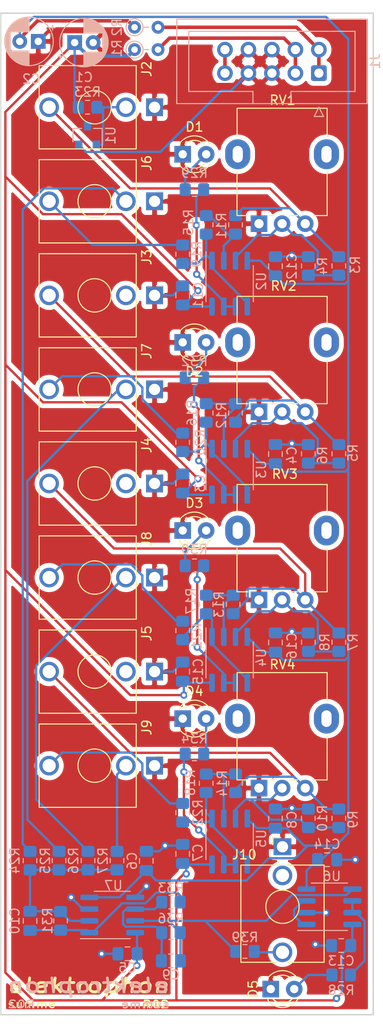
<source format=kicad_pcb>
(kicad_pcb (version 20211014) (generator pcbnew)
  (title_block (title "summe") (date "2021-05-30") (rev "R01") (comment 1 "PCB for main circuit") (comment 2 "DC coupled mixer") (comment 4 "License CC BY 4.0 - Attribution 4.0 International"))
  (layers (0 "F.Cu" signal) (31 "B.Cu" signal) (34 "B.Paste" user) (35 "F.Paste" user) (36 "B.SilkS" user "B.Silkscreen") (37 "F.SilkS" user "F.Silkscreen") (38 "B.Mask" user) (39 "F.Mask" user) (44 "Edge.Cuts" user))
  (net 0 "")
  (net 1 "GND")
  (net 2 "+15V")
  (net 3 "-15V")
  (net 4 "Net-(D2-Pad2)")
  (net 5 "Net-(D4-Pad2)")
  (net 6 "+5V")
  (net 7 "VP")
  (net 8 "VN")
  (net 9 "/IN_1")
  (net 10 "/IN_2")
  (net 11 "/IN_3")
  (net 12 "/IN_4")
  (net 13 "/MIX_1")
  (net 14 "Net-(J6-PadT)")
  (net 15 "/MIX_2")
  (net 16 "Net-(J7-PadT)")
  (net 17 "/MIX_3")
  (net 18 "Net-(J8-PadT)")
  (net 19 "/MIX_4")
  (net 20 "Net-(J9-PadT)")
  (net 21 "Net-(J10-PadT)")
  (net 22 "Net-(R12-Pad1)")
  (net 23 "Net-(R13-Pad1)")
  (net 24 "Net-(R14-Pad1)")
  (net 25 "/OUT")
  (net 26 "Net-(J3-PadTN)")
  (net 27 "Net-(J4-PadTN)")
  (net 28 "Net-(J5-PadTN)")
  (net 29 "Net-(J10-PadTN)")
  (net 30 "Net-(R3-Pad2)")
  (net 31 "Net-(R5-Pad2)")
  (net 32 "Net-(R7-Pad2)")
  (net 33 "Net-(R10-Pad1)")
  (net 34 "Net-(R11-Pad1)")
  (net 35 "Net-(C10-Pad2)")
  (net 36 "Net-(C10-Pad1)")
  (net 37 "Net-(D1-Pad2)")
  (net 38 "Net-(D3-Pad2)")
  (net 39 "Net-(D5-Pad2)")
  (net 40 "/REF")
  (net 41 "Net-(R28-Pad2)")
  (net 42 "Net-(R29-Pad2)")
  (net 43 "Net-(R30-Pad2)")
  (net 44 "Net-(R32-Pad2)")
  (net 45 "Net-(R34-Pad2)")
  (net 46 "Net-(U6-Pad1)")
  (net 47 "Net-(C9-Pad2)")
  (net 48 "Net-(J2-PadT)")
  (net 49 "Net-(J3-PadT)")
  (net 50 "Net-(J4-PadT)")
  (net 51 "Net-(J5-PadT)")
  (footprint "elektrophon:Jack_3.5mm_WQP-PJ398SM_Vertical" (layer "F.Cu") (at 60.96 60.96 -90)
    (fp_text reference "J2")
    (fp_text value "IN")
  )
  (footprint "elektrophon:Jack_3.5mm_WQP-PJ398SM_Vertical" (layer "F.Cu") (at 60.96 81.28 -90)
    (fp_text reference "J3")
    (fp_text value "IN")
  )
  (footprint "elektrophon:Jack_3.5mm_WQP-PJ398SM_Vertical" (layer "F.Cu") (at 60.96 101.6 -90)
    (fp_text reference "J4")
    (fp_text value "IN")
  )
  (footprint "elektrophon:Jack_3.5mm_WQP-PJ398SM_Vertical" (layer "F.Cu") (at 60.96 121.92 -90)
    (fp_text reference "J5")
    (fp_text value "IN")
  )
  (footprint "elektrophon:Jack_3.5mm_WQP-PJ398SM_Vertical" (layer "F.Cu") (at 60.96 71.12 -90)
    (fp_text reference "J6")
    (fp_text value "OUT")
  )
  (footprint "elektrophon:Jack_3.5mm_WQP-PJ398SM_Vertical" (layer "F.Cu") (at 60.96 91.44 -90)
    (fp_text reference "J7")
    (fp_text value "OUT")
  )
  (footprint "elektrophon:Jack_3.5mm_WQP-PJ398SM_Vertical" (layer "F.Cu") (at 60.96 111.76 -90)
    (fp_text reference "J8")
    (fp_text value "OUT")
  )
  (footprint "elektrophon:Jack_3.5mm_WQP-PJ398SM_Vertical" (layer "F.Cu") (at 60.96 132.08 -90)
    (fp_text reference "J9")
    (fp_text value "OUT")
  )
  (footprint "elektrophon:Jack_3.5mm_WQP-PJ398SM_Vertical" (layer "F.Cu") (at 81.28 147.32)
    (fp_text reference "J10")
    (fp_text value "OUT")
  )
  (footprint "elektrophon:Potentiometer_Alpha_RD901F-40-00D_Single_Vertical" (layer "F.Cu") (at 81.28 66.04 90)
    (fp_text reference "RV1")
    (fp_text value "100k")
  )
  (footprint "elektrophon:Potentiometer_Alpha_RD901F-40-00D_Single_Vertical" (layer "F.Cu") (at 81.28 86.36 90)
    (fp_text reference "RV2")
    (fp_text value "100k")
  )
  (footprint "elektrophon:Potentiometer_Alpha_RD901F-40-00D_Single_Vertical" (layer "F.Cu") (at 81.28 106.68 90)
    (fp_text reference "RV3")
    (fp_text value "100k")
  )
  (footprint "elektrophon:Potentiometer_Alpha_RD901F-40-00D_Single_Vertical" (layer "F.Cu") (at 81.28 127 90)
    (fp_text reference "RV4")
    (fp_text value "100k")
  )
  (footprint "LED_THT:LED_D3.0mm" (layer "F.Cu") (at 80.01 156.21)
    (fp_text reference "D5")
    (fp_text value "LED (Red/Yellow)")
  )
  (footprint "LED_THT:LED_D3.0mm" (layer "F.Cu") (at 70.485 66.04)
    (fp_text reference "D1")
    (fp_text value "LED (Green/Yellow)")
  )
  (footprint "LED_THT:LED_D3.0mm" (layer "F.Cu") (at 70.485 106.68)
    (fp_text reference "D3")
    (fp_text value "LED (Green/Yellow)")
  )
  (footprint "LED_THT:LED_D3.0mm" (layer "F.Cu") (at 70.485 86.36)
    (fp_text reference "D2")
    (fp_text value "LED (Green/Yellow)")
  )
  (footprint "LED_THT:LED_D3.0mm" (layer "F.Cu") (at 70.485 127)
    (fp_text reference "D4")
    (fp_text value "LED (Green/Yellow)")
  )
  (footprint "elektrophon:elektrophon logo" (layer "F.Cu") (at 60.325 156.845)
    (fp_text reference "REF**" hide)
    (fp_text value "elektrophon logo" hide)
  )
  (footprint "Capacitor_THT:CP_Radial_D5.0mm_P2.00mm" (layer "B.Cu") (at 58.801 53.975)
    (fp_text reference "C1")
    (fp_text value "22u")
  )
  (footprint "Capacitor_THT:CP_Radial_D5.0mm_P2.00mm" (layer "B.Cu") (at 54.864 53.848 180)
    (fp_text reference "C2")
    (fp_text value "22u")
  )
  (footprint "Connector_IDC:IDC-Header_2x05_P2.54mm_Vertical" (layer "B.Cu") (at 85.217 57.277 90)
    (fp_text reference "J1")
    (fp_text value "IDC Header")
  )
  (footprint "Resistor_THT:R_Axial_DIN0204_L3.6mm_D1.6mm_P2.54mm_Vertical" (layer "B.Cu") (at 65.278 54.737)
    (fp_text reference "R1")
    (fp_text value "10")
  )
  (footprint "Resistor_THT:R_Axial_DIN0204_L3.6mm_D1.6mm_P2.54mm_Vertical" (layer "B.Cu") (at 65.278 52.324)
    (fp_text reference "R2")
    (fp_text value "10")
  )
  (footprint "Resistor_SMD:R_0805_2012Metric_Pad1.20x1.40mm_HandSolder" (layer "B.Cu") (at 87.376 78.105 -90)
    (fp_text reference "R3")
    (fp_text value "47k")
  )
  (footprint "Resistor_SMD:R_0805_2012Metric_Pad1.20x1.40mm_HandSolder" (layer "B.Cu") (at 84.074 78.105 90)
    (fp_text reference "R4")
    (fp_text value "47k")
  )
  (footprint "Resistor_SMD:R_0805_2012Metric_Pad1.20x1.40mm_HandSolder" (layer "B.Cu") (at 87.376 98.395 -90)
    (fp_text reference "R5")
    (fp_text value "47k")
  )
  (footprint "Resistor_SMD:R_0805_2012Metric_Pad1.20x1.40mm_HandSolder" (layer "B.Cu") (at 84.074 98.395 90)
    (fp_text reference "R6")
    (fp_text value "47k")
  )
  (footprint "Resistor_SMD:R_0805_2012Metric_Pad1.20x1.40mm_HandSolder" (layer "B.Cu") (at 87.376 118.745 -90)
    (fp_text reference "R7")
    (fp_text value "47k")
  )
  (footprint "Resistor_SMD:R_0805_2012Metric_Pad1.20x1.40mm_HandSolder" (layer "B.Cu") (at 84.074 118.745 90)
    (fp_text reference "R8")
    (fp_text value "47k")
  )
  (footprint "Resistor_SMD:R_0805_2012Metric_Pad1.20x1.40mm_HandSolder" (layer "B.Cu") (at 87.376 137.765 -90)
    (fp_text reference "R9")
    (fp_text value "47k")
  )
  (footprint "Resistor_SMD:R_0805_2012Metric_Pad1.20x1.40mm_HandSolder" (layer "B.Cu") (at 84.074 137.765 90)
    (fp_text reference "R10")
    (fp_text value "47k")
  )
  (footprint "Resistor_SMD:R_0805_2012Metric_Pad1.20x1.40mm_HandSolder" (layer "B.Cu") (at 76.2 73.66 90)
    (fp_text reference "R11")
    (fp_text value "100k")
  )
  (footprint "Resistor_SMD:R_0805_2012Metric_Pad1.20x1.40mm_HandSolder" (layer "B.Cu") (at 76.2 93.98 -90)
    (fp_text reference "R12")
    (fp_text value "100k")
  )
  (footprint "Resistor_SMD:R_0805_2012Metric_Pad1.20x1.40mm_HandSolder" (layer "B.Cu") (at 75.946 114.665 -90)
    (fp_text reference "R13")
    (fp_text value "100k")
  )
  (footprint "Resistor_SMD:R_0805_2012Metric_Pad1.20x1.40mm_HandSolder" (layer "B.Cu") (at 76.2 133.985 -90)
    (fp_text reference "R14")
    (fp_text value "100k")
  )
  (footprint "Resistor_SMD:R_0805_2012Metric_Pad1.20x1.40mm_HandSolder" (layer "B.Cu") (at 73.025 73.66 90)
    (fp_text reference "R15")
    (fp_text value "100k")
  )
  (footprint "Resistor_SMD:R_0805_2012Metric_Pad1.20x1.40mm_HandSolder" (layer "B.Cu") (at 73.025 93.98 90)
    (fp_text reference "R16")
    (fp_text value "100k")
  )
  (footprint "Resistor_SMD:R_0805_2012Metric_Pad1.20x1.40mm_HandSolder" (layer "B.Cu") (at 73.025 114.665 90)
    (fp_text reference "R17")
    (fp_text value "100k")
  )
  (footprint "Resistor_SMD:R_0805_2012Metric_Pad1.20x1.40mm_HandSolder" (layer "B.Cu") (at 73.025 133.985 90)
    (fp_text reference "R18")
    (fp_text value "100k")
  )
  (footprint "Resistor_SMD:R_0805_2012Metric_Pad1.20x1.40mm_HandSolder" (layer "B.Cu") (at 70.485 76.835 90)
    (fp_text reference "R19")
    (fp_text value "1k")
  )
  (footprint "Resistor_SMD:R_0805_2012Metric_Pad1.20x1.40mm_HandSolder" (layer "B.Cu") (at 70.485 97.155 90)
    (fp_text reference "R20")
    (fp_text value "1k")
  )
  (footprint "Resistor_SMD:R_0805_2012Metric_Pad1.20x1.40mm_HandSolder" (layer "B.Cu") (at 70.485 117.475 90)
    (fp_text reference "R21")
    (fp_text value "1k")
  )
  (footprint "Resistor_SMD:R_0805_2012Metric_Pad1.20x1.40mm_HandSolder" (layer "B.Cu") (at 70.485 137.16 90)
    (fp_text reference "R22")
    (fp_text value "1k")
  )
  (footprint "Resistor_SMD:R_0805_2012Metric_Pad1.20x1.40mm_HandSolder" (layer "B.Cu") (at 53.975 142.337 -90)
    (fp_text reference "R24")
    (fp_text value "100k")
  )
  (footprint "Resistor_SMD:R_0805_2012Metric_Pad1.20x1.40mm_HandSolder" (layer "B.Cu") (at 57.1108 142.337 -90)
    (fp_text reference "R25")
    (fp_text value "100k")
  )
  (footprint "Resistor_SMD:R_0805_2012Metric_Pad1.20x1.40mm_HandSolder" (layer "B.Cu") (at 60.2465 142.337 -90)
    (fp_text reference "R26")
    (fp_text value "100k")
  )
  (footprint "Resistor_SMD:R_0805_2012Metric_Pad1.20x1.40mm_HandSolder" (layer "B.Cu") (at 63.3822 142.337 -90)
    (fp_text reference "R27")
    (fp_text value "100k")
  )
  (footprint "Resistor_SMD:R_0805_2012Metric_Pad1.20x1.40mm_HandSolder" (layer "B.Cu") (at 57.277 148.844 -90)
    (fp_text reference "R31")
    (fp_text value "100k")
  )
  (footprint "Resistor_SMD:R_0805_2012Metric_Pad1.20x1.40mm_HandSolder" (layer "B.Cu") (at 69.215 146.812 180)
    (fp_text reference "R33")
    (fp_text value "100k")
  )
  (footprint "Resistor_SMD:R_0805_2012Metric_Pad1.20x1.40mm_HandSolder" (layer "B.Cu") (at 69.215 150.114)
    (fp_text reference "R36")
    (fp_text value "100k")
  )
  (footprint "Resistor_SMD:R_0805_2012Metric_Pad1.20x1.40mm_HandSolder" (layer "B.Cu") (at 77.216 152.146)
    (fp_text reference "R39")
    (fp_text value "1k")
  )
  (footprint "Capacitor_SMD:C_0805_2012Metric_Pad1.18x1.45mm_HandSolder" (layer "B.Cu") (at 70.485 101.6 90)
    (fp_text reference "C3")
    (fp_text value "0.1u")
  )
  (footprint "Capacitor_SMD:C_0805_2012Metric_Pad1.18x1.45mm_HandSolder" (layer "B.Cu") (at 80.518 98.425 -90)
    (fp_text reference "C4")
    (fp_text value "0.1u")
  )
  (footprint "Capacitor_SMD:C_0805_2012Metric_Pad1.18x1.45mm_HandSolder" (layer "B.Cu") (at 64.516 152.4 180)
    (fp_text reference "C5")
    (fp_text value "0.1u")
  )
  (footprint "Capacitor_SMD:C_0805_2012Metric_Pad1.18x1.45mm_HandSolder" (layer "B.Cu") (at 66.548 142.367 -90)
    (fp_text reference "C6")
    (fp_text value "0.1u")
  )
  (footprint "Capacitor_SMD:C_0805_2012Metric_Pad1.18x1.45mm_HandSolder" (layer "B.Cu") (at 70.485 141.605 90)
    (fp_text reference "C7")
    (fp_text value "0.1u")
  )
  (footprint "Capacitor_SMD:C_0805_2012Metric_Pad1.18x1.45mm_HandSolder" (layer "B.Cu") (at 80.518 137.795 -90)
    (fp_text reference "C8")
    (fp_text value "0.1u")
  )
  (footprint "Capacitor_SMD:C_0805_2012Metric_Pad1.18x1.45mm_HandSolder" (layer "B.Cu") (at 53.975 148.844 90)
    (fp_text reference "C10")
    (fp_text value "100p")
  )
  (footprint "Capacitor_SMD:C_0805_2012Metric_Pad1.18x1.45mm_HandSolder" (layer "B.Cu") (at 70.485 81.28 90)
    (fp_text reference "C11")
    (fp_text value "0.1u")
  )
  (footprint "Capacitor_SMD:C_0805_2012Metric_Pad1.18x1.45mm_HandSolder" (layer "B.Cu") (at 80.518 78.135 -90)
    (fp_text reference "C12")
    (fp_text value "0.1u")
  )
  (footprint "Capacitor_SMD:C_0805_2012Metric_Pad1.18x1.45mm_HandSolder" (layer "B.Cu") (at 87.63 151.511 180)
    (fp_text reference "C13")
    (fp_text value "0.1u")
  )
  (footprint "Capacitor_SMD:C_0805_2012Metric_Pad1.18x1.45mm_HandSolder" (layer "B.Cu") (at 86.106 142.24 180)
    (fp_text reference "C14")
    (fp_text value "0.1u")
  )
  (footprint "Capacitor_SMD:C_0805_2012Metric_Pad1.18x1.45mm_HandSolder" (layer "B.Cu") (at 70.485 121.92 90)
    (fp_text reference "C15")
    (fp_text value "0.1u")
  )
  (footprint "Capacitor_SMD:C_0805_2012Metric_Pad1.18x1.45mm_HandSolder" (layer "B.Cu") (at 80.518 118.775 -90)
    (fp_text reference "C16")
    (fp_text value "0.1u")
  )
  (footprint "Resistor_SMD:R_0805_2012Metric_Pad1.20x1.40mm_HandSolder" (layer "B.Cu") (at 60.198 60.96 180)
    (fp_text reference "R23")
    (fp_text value "8.2k")
  )
  (footprint "Resistor_SMD:R_0805_2012Metric_Pad1.20x1.40mm_HandSolder" (layer "B.Cu") (at 87.63 154.686)
    (fp_text reference "R28")
    (fp_text value "500")
  )
  (footprint "Resistor_SMD:R_0805_2012Metric_Pad1.20x1.40mm_HandSolder" (layer "B.Cu") (at 71.755 69.85)
    (fp_text reference "R29")
    (fp_text value "500")
  )
  (footprint "Resistor_SMD:R_0805_2012Metric_Pad1.20x1.40mm_HandSolder" (layer "B.Cu") (at 71.755 110.49)
    (fp_text reference "R30")
    (fp_text value "500")
  )
  (footprint "Resistor_SMD:R_0805_2012Metric_Pad1.20x1.40mm_HandSolder" (layer "B.Cu") (at 71.755 90.17)
    (fp_text reference "R32")
    (fp_text value "500")
  )
  (footprint "Resistor_SMD:R_0805_2012Metric_Pad1.20x1.40mm_HandSolder" (layer "B.Cu") (at 71.755 130.81 180)
    (fp_text reference "R34")
    (fp_text value "500")
  )
  (footprint "Package_TO_SOT_SMD:SOT-23" (layer "B.Cu") (at 60.198 64.008 90)
    (fp_text reference "U1")
    (fp_text value "LM4040BIM3-5.0")
  )
  (footprint "Package_SO:SOIC-8_3.9x4.9mm_P1.27mm" (layer "B.Cu") (at 75.565 80.01 -90)
    (fp_text reference "U2")
    (fp_text value "TL072")
  )
  (footprint "Package_SO:SOIC-8_3.9x4.9mm_P1.27mm" (layer "B.Cu") (at 75.565 100.33 -90)
    (fp_text reference "U3")
    (fp_text value "TL072")
  )
  (footprint "Package_SO:SOIC-8_3.9x4.9mm_P1.27mm" (layer "B.Cu") (at 75.565 120.65 -90)
    (fp_text reference "U4")
    (fp_text value "TL072")
  )
  (footprint "Package_SO:SOIC-8_3.9x4.9mm_P1.27mm" (layer "B.Cu") (at 75.565 140.27 -90)
    (fp_text reference "U5")
    (fp_text value "TL072")
  )
  (footprint "Package_SO:SOIC-8_3.9x4.9mm_P1.27mm" (layer "B.Cu") (at 86.36 147.32)
    (fp_text reference "U6")
    (fp_text value "TL072")
  )
  (footprint "Package_SO:SOIC-8_3.9x4.9mm_P1.27mm" (layer "B.Cu") (at 62.865 148.209)
    (fp_text reference "U7")
    (fp_text value "TL072")
  )
  (footprint "Capacitor_SMD:C_0805_2012Metric_Pad1.18x1.45mm_HandSolder" (layer "B.Cu") (at 69.215 153.162 180)
    (fp_text reference "C9")
    (fp_text value "100p")
  )
  (gr_line (start 50.8 50.8) (end 50.8 158.98) (layer "Edge.Cuts") (width 0.15))
  (gr_line (start 50.8 50.8) (end 91.1 50.8) (layer "Edge.Cuts") (width 0.15))
  (gr_line (start 91.1 158.98) (end 50.8 158.98) (layer "Edge.Cuts") (width 0.15))
  (gr_line (start 91.1 50.8) (end 91.1 158.98) (layer "Edge.Cuts") (width 0.15))
  (segment (start 61.711557 52.784499) (end 67.444559 58.517501) (width 0.381) (layer "F.Cu") (net 1))
  (segment (start 55.927501 52.784499) (end 61.711557 52.784499) (width 0.381) (layer "F.Cu") (net 1))
  (segment (start 76.356499 58.517501) (end 77.597 57.277) (width 0.381) (layer "F.Cu") (net 1))
  (segment (start 67.444559 58.517501) (end 76.356499 58.517501) (width 0.381) (layer "F.Cu") (net 1))
  (segment (start 54.864 53.848) (end 55.927501 52.784499) (width 0.381) (layer "F.Cu") (net 1))
  (via (at 82.296 76.962) (size 0.8) (drill 0.4) (layers "F.Cu" "B.Cu") (net 1))
  (via (at 84.836 151.384) (size 0.8) (drill 0.4) (layers "F.Cu" "B.Cu") (net 1))
  (via (at 82.296 136.652) (size 0.8) (drill 0.4) (layers "F.Cu" "B.Cu") (net 1))
  (via (at 82.296 117.602) (size 0.8) (drill 0.4) (layers "F.Cu" "B.Cu") (net 1))
  (via (at 89.154 142.24) (size 0.8) (drill 0.4) (layers "F.Cu" "B.Cu") (net 1))
  (via (at 82.296 97.282) (size 0.8) (drill 0.4) (layers "F.Cu" "B.Cu") (net 1))
  (via (at 85.979 147.955) (size 0.8) (drill 0.4) (layers "F.Cu" "B.Cu") (net 1))
  (via (at 66.548 145.096) (size 0.8) (drill 0.4) (layers "F.Cu" "B.Cu") (net 1))
  (via (at 68.58 140.716) (size 0.8) (drill 0.4) (layers "F.Cu" "B.Cu") (net 1))
  (via (at 58.42 146.304) (size 0.8) (drill 0.4) (layers "F.Cu" "B.Cu") (net 1))
  (via (at 61.722 152.4) (size 0.8) (drill 0.4) (layers "F.Cu" "B.Cu") (net 1))
  (segment (start 84.963 151.511) (end 84.836 151.384) (width 0.25) (layer "B.Cu") (net 1))
  (segment (start 82.1905 97.3875) (end 82.296 97.282) (width 0.25) (layer "B.Cu") (net 1))
  (segment (start 84.074 77.105) (end 82.439 77.105) (width 0.25) (layer "B.Cu") (net 1))
  (segment (start 70.3365 140.716) (end 70.485 140.5675) (width 0.25) (layer "B.Cu") (net 1))
  (segment (start 82.1605 77.0975) (end 82.296 76.962) (width 0.25) (layer "B.Cu") (net 1))
  (segment (start 87.1435 142.24) (end 89.154 142.24) (width 0.25) (layer "B.Cu") (net 1))
  (segment (start 74.676 59.182) (end 75.692 59.182) (width 0.25) (layer "B.Cu") (net 1))
  (segment (start 69.4475 101.6) (end 70.485 100.5625) (width 0.25) (layer "B.Cu") (net 1))
  (segment (start 83.885 147.955) (end 85.979 147.955) (width 0.25) (layer "B.Cu") (net 1))
  (segment (start 68.58 140.716) (end 70.3365 140.716) (width 0.25) (layer "B.Cu") (net 1))
  (segment (start 80.518 117.7375) (end 82.1605 117.7375) (width 0.25) (layer "B.Cu") (net 1))
  (segment (start 84.074 117.745) (end 82.439 117.745) (width 0.25) (layer "B.Cu") (net 1))
  (segment (start 82.439 117.745) (end 82.296 117.602) (width 0.25) (layer "B.Cu") (net 1))
  (segment (start 78.74 73.54) (end 78.842 73.54) (width 0.25) (layer "B.Cu") (net 1))
  (segment (start 80.518 136.7575) (end 82.1905 136.7575) (width 0.25) (layer "B.Cu") (net 1))
  (segment (start 69.4475 121.92) (end 70.485 120.8825) (width 0.25) (layer "B.Cu") (net 1))
  (segment (start 82.409 136.765) (end 82.296 136.652) (width 0.25) (layer "B.Cu") (net 1))
  (segment (start 80.518 77.0975) (end 82.1605 77.0975) (width 0.25) (layer "B.Cu") (net 1))
  (segment (start 82.439 77.105) (end 82.296 76.962) (width 0.25) (layer "B.Cu") (net 1))
  (segment (start 59.248 65.008) (end 60.023001 65.783001) (width 0.25) (layer "B.Cu") (net 1))
  (segment (start 75.692 59.182) (end 77.597 57.277) (width 0.25) (layer "B.Cu") (net 1))
  (segment (start 84.074 136.765) (end 82.409 136.765) (width 0.25) (layer "B.Cu") (net 1))
  (segment (start 67.44 121.92) (end 69.4475 121.92) (width 0.25) (layer "B.Cu") (net 1))
  (segment (start 67.9665 141.3295) (end 68.58 140.716) (width 0.25) (layer "B.Cu") (net 1))
  (segment (start 60.023001 65.783001) (end 68.074999 65.783001) (width 0.25) (layer "B.Cu") (net 1))
  (segment (start 82.1905 136.7575) (end 82.296 136.652) (width 0.25) (layer "B.Cu") (net 1))
  (segment (start 66.548 141.3295) (end 67.9665 141.3295) (width 0.25) (layer "B.Cu") (net 1))
  (segment (start 59.69 147.574) (end 58.42 146.304) (width 0.25) (layer "B.Cu") (net 1))
  (segment (start 63.4785 152.4) (end 61.722 152.4) (width 0.25) (layer "B.Cu") (net 1))
  (segment (start 67.44 81.28) (end 69.4475 81.28) (width 0.25) (layer "B.Cu") (net 1))
  (segment (start 80.518 97.3875) (end 82.1905 97.3875) (width 0.25) (layer "B.Cu") (net 1))
  (segment (start 86.5925 151.511) (end 84.963 151.511) (width 0.25) (layer "B.Cu") (net 1))
  (segment (start 82.409 97.395) (end 82.296 97.282) (width 0.25) (layer "B.Cu") (net 1))
  (segment (start 69.4475 81.28) (end 70.485 80.2425) (width 0.25) (layer "B.Cu") (net 1))
  (segment (start 67.44 101.6) (end 69.4475 101.6) (width 0.25) (layer "B.Cu") (net 1))
  (segment (start 82.1605 117.7375) (end 82.296 117.602) (width 0.25) (layer "B.Cu") (net 1))
  (segment (start 60.39 147.574) (end 59.69 147.574) (width 0.25) (layer "B.Cu") (net 1))
  (segment (start 65.34 146.304) (end 66.548 145.096) (width 0.25) (layer "B.Cu") (net 1))
  (segment (start 84.074 97.395) (end 82.409 97.395) (width 0.25) (layer "B.Cu") (net 1))
  (segment (start 68.074999 65.783001) (end 74.676 59.182) (width 0.25) (layer "B.Cu") (net 1))
  (segment (start 51.308 61.468) (end 51.308 68.072) (width 0.25) (layer "F.Cu") (net 2))
  (segment (start 54.311001 157.435001) (end 56.432999 157.435001) (width 0.25) (layer "F.Cu") (net 2))
  (segment (start 69.805001 144.570999) (end 70.60598 143.77002) (width 0.25) (layer "F.Cu") (net 2))
  (segment (start 55.372799 92.830001) (end 51.308 88.765202) (width 0.25) (layer "F.Cu") (net 2))
  (segment (start 86.912999 157.435001) (end 87.122 157.226) (width 0.25) (layer "F.Cu") (net 2))
  (segment (start 51.308 87.884) (end 51.308 108.458) (width 0.25) (layer "F.Cu") (net 2))
  (segment (start 72.136 101.092) (end 63.874001 92.830001) (width 0.25) (layer "F.Cu") (net 2))
  (segment (start 51.308 68.072) (end 51.308 87.884) (width 0.25) (layer "F.Cu") (net 2))
  (segment (start 55.372799 72.510001) (end 51.308 68.445202) (width 0.25) (layer "F.Cu") (net 2))
  (segment (start 69.805001 157.435001) (end 69.805001 144.570999) (width 0.25) (layer "F.Cu") (net 2))
  (segment (start 51.308 88.765202) (end 51.308 87.884) (width 0.25) (layer "F.Cu") (net 2))
  (segment (start 51.308 154.432) (end 54.311001 157.435001) (width 0.25) (layer "F.Cu") (net 2))
  (segment (start 69.805001 157.435001) (end 86.912999 157.435001) (width 0.25) (layer "F.Cu") (net 2))
  (segment (start 61.766999 157.435001) (end 65.532 153.67) (width 0.25) (layer "F.Cu") (net 2))
  (segment (start 51.308 68.445202) (end 51.308 68.072) (width 0.25) (layer "F.Cu") (net 2))
  (segment (start 72.136 80.772) (end 63.874001 72.510001) (width 0.25) (layer "F.Cu") (net 2))
  (segment (start 56.432999 157.435001) (end 69.805001 157.435001) (width 0.25) (layer "F.Cu") (net 2))
  (segment (start 51.308 108.458) (end 51.308 154.432) (width 0.25) (layer "F.Cu") (net 2))
  (segment (start 63.874001 92.830001) (end 55.372799 92.830001) (width 0.25) (layer "F.Cu") (net 2))
  (segment (start 58.801 53.975) (end 51.308 61.468) (width 0.25) (layer "F.Cu") (net 2))
  (segment (start 70.60598 143.77002) (end 70.866 143.77002) (width 0.25) (layer "F.Cu") (net 2))
  (segment (start 56.432999 157.435001) (end 61.766999 157.435001) (width 0.25) (layer "F.Cu") (net 2))
  (segment (start 63.874001 72.510001) (end 55.372799 72.510001) (width 0.25) (layer "F.Cu") (net 2))
  (segment (start 64.822798 124.46) (end 70.612 124.46) (width 0.25) (layer "F.Cu") (net 2))
  (segment (start 51.308 110.945202) (end 64.822798 124.46) (width 0.25) (layer "F.Cu") (net 2))
  (segment (start 51.308 108.458) (end 51.308 110.945202) (width 0.25) (layer "F.Cu") (net 2))
  (via (at 72.136 80.772) (size 0.8) (drill 0.4) (layers "F.Cu" "B.Cu") (net 2))
  (via (at 65.532 153.67) (size 0.8) (drill 0.4) (layers "F.Cu" "B.Cu") (net 2))
  (via (at 87.122 157.226) (size 0.8) (drill 0.4) (layers "F.Cu" "B.Cu") (net 2))
  (via (at 70.866 143.77002) (size 0.8) (drill 0.4) (layers "F.Cu" "B.Cu") (net 2))
  (via (at 72.136 101.092) (size 0.8) (drill 0.4) (layers "F.Cu" "B.Cu") (net 2))
  (via (at 70.612 124.46) (size 0.8) (drill 0.4) (layers "F.Cu" "B.Cu") (net 2))
  (segment (start 73.66 123.125) (end 70.6525 123.125) (width 0.25) (layer "B.Cu") (net 2))
  (segment (start 73.66 82.485) (end 70.6525 82.485) (width 0.25) (layer "B.Cu") (net 2))
  (segment (start 88.835 151.3435) (end 88.6675 151.511) (width 0.25) (layer "B.Cu") (net 2))
  (segment (start 87.70499 152.47351) (end 88.6675 151.511) (width 0.25) (layer "B.Cu") (net 2))
  (segment (start 70.866 143.77002) (end 70.866 143.0235) (width 0.25) (layer "B.Cu") (net 2))
  (segment (start 73.66 142.745) (end 70.5875 142.745) (width 0.25) (layer "B.Cu") (net 2))
  (segment (start 58.801 53.975) (end 60.262999 55.436999) (width 0.381) (layer "B.Cu") (net 2))
  (segment (start 65.532 152.4215) (end 65.5535 152.4) (width 0.25) (layer "B.Cu") (net 2))
  (segment (start 70.6525 82.485) (end 70.485 82.3175) (width 0.25) (layer "B.Cu") (net 2))
  (segment (start 70.612 124.46) (end 70.612 123.0845) (width 0.25) (layer "B.Cu") (net 2))
  (segment (start 70.6525 123.125) (end 70.485 122.9575) (width 0.25) (layer "B.Cu") (net 2))
  (segment (start 87.70499 156.64301) (end 87.70499 155.62701) (width 0.25) (layer "B.Cu") (net 2))
  (segment (start 58.801 53.975) (end 58.801 60.563) (width 0.25) (layer "B.Cu") (net 2))
  (segment (start 70.5905 102.6375) (end 72.136 101.092) (width 0.25) (layer "B.Cu") (net 2))
  (segment (start 65.5535 152.4) (end 65.5535 150.3275) (width 0.25) (layer "B.Cu") (net 2))
  (segment (start 70.5875 142.745) (end 70.485 142.6425) (width 0.25) (layer "B.Cu") (net 2))
  (segment (start 70.5905 82.3175) (end 72.136 80.772) (width 0.25) (layer "B.Cu") (net 2))
  (segment (start 64.578001 55.436999) (end 65.278 54.737) (width 0.381) (layer "B.Cu") (net 2))
  (segment (start 87.70499 155.62701) (end 87.70499 152.47351) (width 0.25) (layer "B.Cu") (net 2))
  (segment (start 70.6525 102.805) (end 70.485 102.6375) (width 0.25) (layer "B.Cu") (net 2))
  (segment (start 70.612 123.0845) (end 70.485 122.9575) (width 0.25) (layer "B.Cu") (net 2))
  (segment (start 70.866 143.0235) (end 70.485 142.6425) (width 0.25) (layer "B.Cu") (net 2))
  (segment (start 88.835 149.225) (end 88.835 151.3435) (width 0.25) (layer "B.Cu") (net 2))
  (segment (start 70.485 142.6425) (end 70.485 142.621) (width 0.25) (layer "B.Cu") (net 2))
  (segment (start 58.801 60.563) (end 59.198 60.96) (width 0.25) (layer "B.Cu") (net 2))
  (segment (start 70.485 102.6375) (end 70.5905 102.6375) (width 0.25) (layer "B.Cu") (net 2))
  (segment (start 65.532 153.67) (end 65.532 152.4215) (width 0.25) (layer "B.Cu") (net 2))
  (segment (start 73.66 102.805) (end 70.6525 102.805) (width 0.25) (layer "B.Cu") (net 2))
  (segment (start 87.122 157.226) (end 87.70499 156.64301) (width 0.25) (layer "B.Cu") (net 2))
  (segment (start 87.70499 155.62701) (end 87.70499 153.23551) (width 0.25) (layer "B.Cu") (net 2))
  (segment (start 65.5535 150.3275) (end 65.34 150.114) (width 0.25) (layer "B.Cu") (net 2))
  (segment (start 88.835 149.225) (end 88.6675 149.3925) (width 0.25) (layer "B.Cu") (net 2))
  (segment (start 70.485 82.3175) (end 70.5905 82.3175) (width 0.25) (layer "B.Cu") (net 2))
  (segment (start 60.262999 55.436999) (end 64.578001 55.436999) (width 0.381) (layer "B.Cu") (net 2))
  (segment (start 64.578 51.624) (end 57.85 51.624) (width 0.381) (layer "F.Cu") (net 3))
  (segment (start 57.85 51.624) (end 57.437 51.624) (width 0.381) (layer "F.Cu") (net 3))
  (segment (start 65.278 52.324) (end 64.578 51.624) (width 0.381) (layer "F.Cu") (net 3))
  (segment (start 54.785098 51.624) (end 52.864 53.545098) (width 0.381) (layer "F.Cu") (net 3))
  (segment (start 57.85 51.624) (end 54.785098 51.624) (width 0.381) (layer "F.Cu") (net 3))
  (segment (start 52.864 53.545098) (end 52.864 53.848) (width 0.381) (layer "F.Cu") (net 3))
  (segment (start 88.40101 139.35318) (end 87.842095 139.912095) (width 0.25) (layer "B.Cu") (net 3))
  (segment (start 86.106 140.716) (end 83.621002 140.716) (width 0.25) (layer "B.Cu") (net 3))
  (segment (start 88.40101 76.19099) (end 88.40101 94.24301) (width 0.25) (layer "B.Cu") (net 3))
  (segment (start 88.40101 113.27499) (end 88.40101 139.35318) (width 0.25) (layer "B.Cu") (net 3))
  (segment (start 63.6485 146.304) (end 60.39 146.304) (width 0.25) (layer "B.Cu") (net 3))
  (segment (start 59.32801 51.20001) (end 85.99801 51.20001) (width 0.25) (layer "B.Cu") (net 3))
  (segment (start 83.885 143.4235) (end 85.0685 142.24) (width 0.25) (layer "B.Cu") (net 3))
  (segment (start 87.376 52.578) (end 88.2967 53.4987) (width 0.25) (layer "B.Cu") (net 3))
  (segment (start 88.40101 120.33318) (end 88.06418 120.67001) (width 0.25) (layer "B.Cu") (net 3))
  (segment (start 88.40101 79.69318) (end 88.40101 76.19099) (width 0.25) (layer "B.Cu") (net 3))
  (segment (start 80.518 138.8325) (end 78.5075 138.8325) (width 0.25) (layer "B.Cu") (net 3))
  (segment (start 78.8805 77.535) (end 80.518 79.1725) (width 0.25) (layer "B.Cu") (net 3))
  (segment (start 88.06418 100.32001) (end 81.37551 100.32001) (width 0.25) (layer "B.Cu") (net 3))
  (segment (start 78.5075 138.8325) (end 77.47 137.795) (width 0.25) (layer "B.Cu") (net 3))
  (segment (start 85.0685 142.24) (end 85.51419 142.24) (width 0.25) (layer "B.Cu") (net 3))
  (segment (start 83.621002 140.716) (end 81.737502 138.8325) (width 0.25) (layer "B.Cu") (net 3))
  (segment (start 54.38062 51.20001) (end 52.864 52.71663) (width 0.25) (layer "B.Cu") (net 3))
  (segment (start 88.06418 120.67001) (end 81.37551 120.67001) (width 0.25) (layer "B.Cu") (net 3))
  (segment (start 81.37551 120.67001) (end 80.518 119.8125) (width 0.25) (layer "B.Cu") (net 3))
  (segment (start 80.518 119.8125) (end 79.1075 119.8125) (width 0.25) (layer "B.Cu") (net 3))
  (segment (start 79.781767 142.080001) (end 82.644001 142.080001) (width 0.25) (layer "B.Cu") (net 3))
  (segment (start 88.40101 76.19099) (end 88.40101 53.60301) (width 0.25) (layer "B.Cu") (net 3))
  (segment (start 77.366748 144.49502) (end 67.63852 144.49502) (width 0.25) (layer "B.Cu") (net 3))
  (segment (start 81.37551 100.32001) (end 80.518 99.4625) (width 0.25) (layer "B.Cu") (net 3))
  (segment (start 66.548 143.4045) (end 63.6485 146.304) (width 0.25) (layer "B.Cu") (net 3))
  (segment (start 59.32801 51.20001) (end 54.38062 51.20001) (width 0.25) (layer "B.Cu") (net 3))
  (segment (start 87.03819 140.716) (end 86.106 140.716) (width 0.25) (layer "B.Cu") (net 3))
  (segment (start 52.864 52.71663) (end 52.864 53.848) (width 0.25) (layer "B.Cu") (net 3))
  (segment (start 77.47 77.535) (end 78.8805 77.535) (width 0.25) (layer "B.Cu") (net 3))
  (segment (start 88.40101 94.24301) (end 88.40101 99.98318) (width 0.25) (layer "B.Cu") (net 3))
  (segment (start 88.40101 53.60301) (end 87.376 52.578) (width 0.25) (layer "B.Cu") (net 3))
  (segment (start 88.40101 99.98318) (end 88.06418 100.32001) (width 0.25) (layer "B.Cu") (net 3))
  (segment (start 80.518 79.1725) (end 81.37551 80.03001) (width 0.25) (layer "B.Cu") (net 3))
  (segment (start 87.842095 139.912095) (end 87.03819 140.716) (width 0.25) (layer "B.Cu") (net 3))
  (segment (start 67.63852 144.49502) (end 66.548 143.4045) (width 0.25) (layer "B.Cu") (net 3))
  (segment (start 83.885 145.415) (end 83.885 143.4235) (width 0.25) (layer "B.Cu") (net 3))
  (segment (start 79.781767 142.080001) (end 77.366748 144.49502) (width 0.25) (layer "B.Cu") (net 3))
  (segment (start 88.40101 113.27499) (end 88.40101 120.33318) (width 0.25) (layer "B.Cu") (net 3))
  (segment (start 79.1075 119.8125) (end 77.47 118.175) (width 0.25) (layer "B.Cu") (net 3))
  (segment (start 79.0775 99.4625) (end 77.47 97.855) (width 0.25) (layer "B.Cu") (net 3))
  (segment (start 81.737502 138.8325) (end 80.518 138.8325) (width 0.25) (layer "B.Cu") (net 3))
  (segment (start 84.008002 140.716) (end 82.644001 142.080001) (width 0.25) (layer "B.Cu") (net 3))
  (segment (start 88.40101 94.24301) (end 88.40101 113.27499) (width 0.25) (layer "B.Cu") (net 3))
  (segment (start 57.86099 51.20001) (end 59.32801 51.20001) (width 0.25) (layer "B.Cu") (net 3))
  (segment (start 86.106 140.716) (end 84.008002 140.716) (width 0.25) (layer "B.Cu") (net 3))
  (segment (start 85.51419 142.24) (end 87.842095 139.912095) (width 0.25) (layer "B.Cu") (net 3))
  (segment (start 80.518 99.4625) (end 79.0775 99.4625) (width 0.25) (layer "B.Cu") (net 3))
  (segment (start 85.99801 51.20001) (end 87.376 52.578) (width 0.25) (layer "B.Cu") (net 3))
  (segment (start 88.06418 80.03001) (end 88.40101 79.69318) (width 0.25) (layer "B.Cu") (net 3))
  (segment (start 81.37551 80.03001) (end 88.06418 80.03001) (width 0.25) (layer "B.Cu") (net 3))
  (segment (start 73.025 87.9) (end 73.025 86.36) (width 0.25) (layer "B.Cu") (net 4))
  (segment (start 70.755 90.17) (end 73.025 87.9) (width 0.25) (layer "B.Cu") (net 4))
  (segment (start 73.025 130.54) (end 72.755 130.81) (width 0.25) (layer "B.Cu") (net 5))
  (segment (start 73.025 127) (end 73.025 130.54) (width 0.25) (layer "B.Cu") (net 5))
  (segment (start 75.057 54.737) (end 75.057 57.277) (width 0.381) (layer "F.Cu") (net 6))
  (segment (start 82.677 54.737) (end 81.4365 53.4965) (width 0.381) (layer "F.Cu") (net 7))
  (segment (start 82.677 54.737) (end 82.677 57.277) (width 0.381) (layer "F.Cu") (net 7))
  (segment (start 69.0585 53.4965) (end 67.818 54.737) (width 0.381) (layer "F.Cu") (net 7))
  (segment (start 81.4365 53.4965) (end 69.0585 53.4965) (width 0.381) (layer "F.Cu") (net 7))
  (segment (start 85.217 54.737) (end 82.804 52.324) (width 0.381) (layer "F.Cu") (net 8))
  (segment (start 82.804 52.324) (end 67.818 52.324) (width 0.381) (layer "F.Cu") (net 8))
  (segment (start 85.217 54.737) (end 85.217 57.277) (width 0.381) (layer "F.Cu") (net 8))
  (segment (start 72.09 77.835) (end 73.025 76.9) (width 0.25) (layer "B.Cu") (net 9))
  (segment (start 73.025 76.9) (end 73.66 77.535) (width 0.25) (layer "B.Cu") (net 9))
  (segment (start 73.66 78.298232) (end 73.66 77.535) (width 0.25) (layer "B.Cu") (net 9))
  (segment (start 77.47 82.485) (end 77.47 82.108232) (width 0.25) (layer "B.Cu") (net 9))
  (segment (start 77.47 82.108232) (end 73.66 78.298232) (width 0.25) (layer "B.Cu") (net 9))
  (segment (start 73.025 74.66) (end 73.025 76.9) (width 0.25) (layer "B.Cu") (net 9))
  (segment (start 70.485 77.835) (end 72.09 77.835) (width 0.25) (layer "B.Cu") (net 9))
  (segment (start 77.47 102.041768) (end 77.47 102.805) (width 0.25) (layer "B.Cu") (net 10))
  (segment (start 70.485 98.155) (end 72.09 98.155) (width 0.25) (layer "B.Cu") (net 10))
  (segment (start 73.66 97.855) (end 73.66 98.231768) (width 0.25) (layer "B.Cu") (net 10))
  (segment (start 72.09 98.155) (end 73.025 97.22) (width 0.25) (layer "B.Cu") (net 10))
  (segment (start 73.025 94.98) (end 73.025 97.22) (width 0.25) (layer "B.Cu") (net 10))
  (segment (start 73.66 98.231768) (end 77.47 102.041768) (width 0.25) (layer "B.Cu") (net 10))
  (segment (start 73.025 97.22) (end 73.66 97.855) (width 0.25) (layer "B.Cu") (net 10))
  (segment (start 73.66 116.3) (end 73.025 115.665) (width 0.25) (layer "B.Cu") (net 11))
  (segment (start 73.66 118.175) (end 73.66 118.938232) (width 0.25) (layer "B.Cu") (net 11))
  (segment (start 73.66 118.175) (end 73.66 116.3) (width 0.25) (layer "B.Cu") (net 11))
  (segment (start 73.66 118.938232) (end 77.47 122.748232) (width 0.25) (layer "B.Cu") (net 11))
  (segment (start 77.47 122.748232) (end 77.47 123.125) (width 0.25) (layer "B.Cu") (net 11))
  (segment (start 70.485 118.475) (end 70.485 118.205) (width 0.25) (layer "B.Cu") (net 11))
  (segment (start 70.485 118.205) (end 73.025 115.665) (width 0.25) (layer "B.Cu") (net 11))
  (segment (start 73.4779 135.4379) (end 73.478 135.4379) (width 0.25) (layer "B.Cu") (net 12))
  (segment (start 73.025 134.985) (end 73.025 137.16) (width 0.25) (layer "B.Cu") (net 12))
  (segment (start 73.66 138.558232) (end 73.66 137.795) (width 0.25) (layer "B.Cu") (net 12))
  (segment (start 73.295 138.16) (end 73.66 137.795) (width 0.25) (layer "B.Cu") (net 12))
  (segment (start 77.47 142.745) (end 77.47 142.368232) (width 0.25) (layer "B.Cu") (net 12))
  (segment (start 73.025 137.16) (end 73.66 137.795) (width 0.25) (layer "B.Cu") (net 12))
  (segment (start 70.485 138.16) (end 73.295 138.16) (width 0.25) (layer "B.Cu") (net 12))
  (segment (start 73.478 137.613) (end 73.66 137.795) (width 0.25) (layer "B.Cu") (net 12))
  (segment (start 73.025 134.985) (end 73.4779 135.4379) (width 0.25) (layer "B.Cu") (net 12))
  (segment (start 77.47 142.368232) (end 73.66 138.558232) (width 0.25) (layer "B.Cu") (net 12))
  (segment (start 53.1827 72.0109) (end 53.1827 140.5447) (width 0.25) (layer "B.Cu") (net 13))
  (segment (start 64.34 71.12) (end 62.9412 69.7212) (width 0.25) (layer "B.Cu") (net 13))
  (segment (start 55.4724 69.7212) (end 53.1827 72.0109) (width 0.25) (layer "B.Cu") (net 13))
  (segment (start 53.1827 140.5447) (end 53.975 141.337) (width 0.25) (layer "B.Cu") (net 13))
  (segment (start 62.9412 69.7212) (end 55.4724 69.7212) (width 0.25) (layer "B.Cu") (net 13))
  (segment (start 60.755 75.835) (end 70.485 75.835) (width 0.25) (layer "B.Cu") (net 14))
  (segment (start 56.04 71.12) (end 60.755 75.835) (width 0.25) (layer "B.Cu") (net 14))
  (segment (start 64.34 91.44) (end 63.5776 91.44) (width 0.25) (layer "B.Cu") (net 15))
  (segment (start 53.6831 101.3345) (end 53.6831 137.9093) (width 0.25) (layer "B.Cu") (net 15))
  (segment (start 63.5776 91.44) (end 53.6831 101.3345) (width 0.25) (layer "B.Cu") (net 15))
  (segment (start 53.6831 137.9093) (end 57.1108 141.337) (width 0.25) (layer "B.Cu") (net 15))
  (segment (start 69.7829 96.155) (end 70.485 96.155) (width 0.25) (layer "B.Cu") (net 16))
  (segment (start 64.9187 90.0178) (end 66.1243 91.2234) (width 0.25) (layer "B.Cu") (net 16))
  (segment (start 57.4622 90.0178) (end 64.9187 90.0178) (width 0.25) (layer "B.Cu") (net 16))
  (segment (start 66.1243 92.4964) (end 69.7829 96.155) (width 0.25) (layer "B.Cu") (net 16))
  (segment (start 66.1243 91.2234) (end 66.1243 92.4964) (width 0.25) (layer "B.Cu") (net 16))
  (segment (start 56.04 91.44) (end 57.4622 90.0178) (width 0.25) (layer "B.Cu") (net 16))
  (segment (start 54.6374 121.2724) (end 54.6374 135.7279) (width 0.25) (layer "B.Cu") (net 17))
  (segment (start 64.34 111.76) (end 64.1498 111.76) (width 0.25) (layer "B.Cu") (net 17))
  (segment (start 64.1498 111.76) (end 54.6374 121.2724) (width 0.25) (layer "B.Cu") (net 17))
  (segment (start 54.6374 135.7279) (end 60.2465 141.337) (width 0.25) (layer "B.Cu") (net 17))
  (segment (start 66.1243 112.7959) (end 69.8034 116.475) (width 0.25) (layer "B.Cu") (net 18))
  (segment (start 69.8034 116.475) (end 70.485 116.475) (width 0.25) (layer "B.Cu") (net 18))
  (segment (start 64.9187 110.3378) (end 66.1243 111.5434) (width 0.25) (layer "B.Cu") (net 18))
  (segment (start 57.4622 110.3378) (end 64.9187 110.3378) (width 0.25) (layer "B.Cu") (net 18))
  (segment (start 56.04 111.76) (end 57.4622 110.3378) (width 0.25) (layer "B.Cu") (net 18))
  (segment (start 66.1243 111.5434) (end 66.1243 112.7959) (width 0.25) (layer "B.Cu") (net 18))
  (segment (start 64.34 132.08) (end 63.3822 133.0378) (width 0.25) (layer "B.Cu") (net 19))
  (segment (start 63.3822 133.0378) (end 63.3822 141.337) (width 0.25) (layer "B.Cu") (net 19))
  (segment (start 64.93 130.6634) (end 66.1243 131.8577) (width 0.25) (layer "B.Cu") (net 20))
  (segment (start 66.1243 131.8577) (end 66.1243 133.1813) (width 0.25) (layer "B.Cu") (net 20))
  (segment (start 69.103 136.16) (end 70.485 136.16) (width 0.25) (layer "B.Cu") (net 20))
  (segment (start 66.1243 133.1813) (end 69.103 136.16) (width 0.25) (layer "B.Cu") (net 20))
  (segment (start 57.4566 130.6634) (end 64.93 130.6634) (width 0.25) (layer "B.Cu") (net 20))
  (segment (start 56.04 132.08) (end 57.4566 130.6634) (width 0.25) (layer "B.Cu") (net 20))
  (segment (start 81.28 152.24) (end 78.31 152.24) (width 0.25) (layer "B.Cu") (net 21))
  (segment (start 78.31 152.24) (end 78.216 152.146) (width 0.25) (layer "B.Cu") (net 21))
  (segment (start 76.2 93.36681) (end 76.2 92.98) (width 0.25) (layer "B.Cu") (net 22))
  (segment (start 76.2 92.98) (end 73.025 92.98) (width 0.25) (layer "B.Cu") (net 22))
  (segment (start 74.93 97.855) (end 74.93 94.63681) (width 0.25) (layer "B.Cu") (net 22))
  (segment (start 74.93 94.63681) (end 76.2 93.36681) (width 0.25) (layer "B.Cu") (net 22))
  (segment (start 74.93 118.175) (end 74.92099 118.16599) (width 0.25) (layer "B.Cu") (net 23))
  (segment (start 74.92099 114.69001) (end 75.946 113.665) (width 0.25) (layer "B.Cu") (net 23))
  (segment (start 75.946 113.665) (end 73.025 113.665) (width 0.25) (layer "B.Cu") (net 23))
  (segment (start 74.92099 118.16599) (end 74.92099 114.69001) (width 0.25) (layer "B.Cu") (net 23))
  (segment (start 76.2 132.985) (end 74.93 132.985) (width 0.25) (layer "B.Cu") (net 24))
  (segment (start 74.93 132.985) (end 74.93 137.795) (width 0.25) (layer "B.Cu") (net 24))
  (segment (start 74.93 132.985) (end 73.025 132.985) (width 0.25) (layer "B.Cu") (net 24))
  (segment (start 81.49374 146.86826) (end 82.312 146.05) (width 0.25) (layer "B.Cu") (net 25))
  (segment (start 79.518 148.844) (end 81.49374 146.86826) (width 0.25) (layer "B.Cu") (net 25))
  (segment (start 72.136 148.844) (end 72.914 148.844) (width 0.25) (layer "B.Cu") (net 25))
  (segment (start 68.072 148.844) (end 72.136 148.844) (width 0.25) (layer "B.Cu") (net 25))
  (segment (start 65.34 148.844) (end 68.072 148.844) (width 0.25) (layer "B.Cu") (net 25))
  (segment (start 88.19001 146.05999) (end 82.30201 146.05999) (width 0.25) (layer "B.Cu") (net 25))
  (segment (start 72.914 148.844) (end 76.216 152.146) (width 0.25) (layer "B.Cu") (net 25))
  (segment (start 88.835 145.415) (end 88.19001 146.05999) (width 0.25) (layer "B.Cu") (net 25))
  (segment (start 68.945 148.844) (end 70.215 150.114) (width 0.25) (layer "B.Cu") (net 25))
  (segment (start 82.30201 146.05999) (end 81.49374 146.86826) (width 0.25) (layer "B.Cu") (net 25))
  (segment (start 70.2525 153.162) (end 70.2525 150.1515) (width 0.25) (layer "B.Cu") (net 25))
  (segment (start 70.2525 150.1515) (end 70.215 150.114) (width 0.25) (layer "B.Cu") (net 25))
  (segment (start 72.136 148.844) (end 79.518 148.844) (width 0.25) (layer "B.Cu") (net 25))
  (segment (start 68.072 148.844) (end 68.945 148.844) (width 0.25) (layer "B.Cu") (net 25))
  (segment (start 80.014999 74.765001) (end 81.24 73.54) (width 0.25) (layer "B.Cu") (net 30))
  (segment (start 83.347191 74.765001) (end 82.465001 74.765001) (width 0.25) (layer "B.Cu") (net 30))
  (segment (start 82.465001 74.765001) (end 81.24 73.54) (width 0.25) (layer "B.Cu") (net 30))
  (segment (start 76.2 77.158232) (end 78.593231 74.765001) (width 0.25) (layer "B.Cu") (net 30))
  (segment (start 78.593231 74.765001) (end 80.014999 74.765001) (width 0.25) (layer "B.Cu") (net 30))
  (segment (start 87.376 79.105) (end 84.074 79.105) (width 0.25) (layer "B.Cu") (net 30))
  (segment (start 76.2 77.535) (end 76.2 77.158232) (width 0.25) (layer "B.Cu") (net 30))
  (segment (start 84.074 79.105) (end 85.09901 78.07999) (width 0.25) (layer "B.Cu") (net 30))
  (segment (start 85.09901 78.07999) (end 85.09901 76.51682) (width 0.25) (layer "B.Cu") (net 30))
  (segment (start 85.09901 76.51682) (end 83.347191 74.765001) (width 0.25) (layer "B.Cu") (net 30))
  (segment (start 87.376 99.395) (end 84.074 99.395) (width 0.25) (layer "B.Cu") (net 31))
  (segment (start 76.2 97.855) (end 76.2 96.88) (width 0.25) (layer "B.Cu") (net 31))
  (segment (start 83.377191 95.085001) (end 82.465001 95.085001) (width 0.25) (layer "B.Cu") (net 31))
  (segment (start 77.994999 95.085001) (end 80.014999 95.085001) (width 0.25) (layer "B.Cu") (net 31))
  (segment (start 82.465001 95.085001) (end 81.24 93.86) (width 0.25) (layer "B.Cu") (net 31))
  (segment (start 76.2 96.88) (end 77.994999 95.085001) (width 0.25) (layer "B.Cu") (net 31))
  (segment (start 80.014999 95.085001) (end 81.24 93.86) (width 0.25) (layer "B.Cu") (net 31))
  (segment (start 85.09901 98.36999) (end 85.09901 96.80682) (width 0.25) (layer "B.Cu") (net 31))
  (segment (start 84.074 99.395) (end 85.09901 98.36999) (width 0.25) (layer "B.Cu") (net 31))
  (segment (start 85.09901 96.80682) (end 83.377191 95.085001) (width 0.25) (layer "B.Cu") (net 31))
  (segment (start 84.074 119.745) (end 85.09901 118.71999) (width 0.25) (layer "B.Cu") (net 32))
  (segment (start 84.074 119.745) (end 87.376 119.745) (width 0.25) (layer "B.Cu") (net 32))
  (segment (start 76.2 117.798232) (end 78.593231 115.405001) (width 0.25) (layer "B.Cu") (net 32))
  (segment (start 76.2 118.175) (end 76.2 117.798232) (width 0.25) (layer "B.Cu") (net 32))
  (segment (start 84.163001 115.405001) (end 82.465001 115.405001) (width 0.25) (layer "B.Cu") (net 32))
  (segment (start 85.09901 116.34101) (end 84.163001 115.405001) (width 0.25) (layer "B.Cu") (net 32))
  (segment (start 85.09901 118.71999) (end 85.09901 116.34101) (width 0.25) (layer "B.Cu") (net 32))
  (segment (start 78.593231 115.405001) (end 80.014999 115.405001) (width 0.25) (layer "B.Cu") (net 32))
  (segment (start 80.014999 115.405001) (end 81.24 114.18) (width 0.25) (layer "B.Cu") (net 32))
  (segment (start 82.465001 115.405001) (end 81.24 114.18) (width 0.25) (layer "B.Cu") (net 32))
  (segment (start 77.888999 135.725001) (end 77.294999 135.725001) (width 0.25) (layer "B.Cu") (net 33))
  (segment (start 81.24 134.5) (end 80.014999 135.725001) (width 0.25) (layer "B.Cu") (net 33))
  (segment (start 77.294999 135.725001) (end 76.2 136.82) (width 0.25) (layer "B.Cu") (net 33))
  (segment (start 87.376 138.765) (end 84.074 138.765) (width 0.25) (layer "B.Cu") (net 33))
  (segment (start 80.0548 137.91999) (end 77.888999 135.754189) (width 0.25) (layer "B.Cu") (net 33))
  (segment (start 80.014999 135.725001) (end 77.888999 135.725001) (width 0.25) (layer "B.Cu") (net 33))
  (segment (start 84.074 138.765) (end 83.22899 137.91999) (width 0.25) (layer "B.Cu") (net 33))
  (segment (start 83.22899 137.91999) (end 80.0548 137.91999) (width 0.25) (layer "B.Cu") (net 33))
  (segment (start 76.2 136.82) (end 76.2 137.795) (width 0.25) (layer "B.Cu") (net 33))
  (segment (start 77.888999 135.754189) (end 77.888999 135.725001) (width 0.25) (layer "B.Cu") (net 33))
  (segment (start 76.2 74.66) (end 75.7925 75.0675) (width 0.25) (layer "B.Cu") (net 34))
  (segment (start 75.7925 75.0675) (end 74.93 75.93) (width 0.25) (layer "B.Cu") (net 34))
  (segment (start 74.93 75.93) (end 74.93 77.535) (width 0.25) (layer "B.Cu") (net 34))
  (segment (start 75.7925 75.0675) (end 73.3849 72.66) (width 0.25) (layer "B.Cu") (net 34))
  (segment (start 73.3849 72.66) (end 73.025 72.66) (width 0.25) (layer "B.Cu") (net 34))
  (segment (start 53.975 147.8065) (end 57.2395 147.8065) (width 0.25) (layer "B.Cu") (net 35))
  (segment (start 53.975 147.8065) (end 53.975 143.337) (width 0.25) (layer "B.Cu") (net 35))
  (segment (start 58.277 148.844) (end 57.277 147.844) (width 0.25) (layer "B.Cu") (net 35))
  (segment (start 60.39 148.844) (end 58.277 148.844) (width 0.25) (layer "B.Cu") (net 35))
  (segment (start 57.2395 147.8065) (end 57.277 147.844) (width 0.25) (layer "B.Cu") (net 35))
  (segment (start 57.1108 143.337) (end 60.2465 143.337) (width 0.25) (layer "B.Cu") (net 35))
  (segment (start 60.2465 143.337) (end 63.3822 143.337) (width 0.25) (layer "B.Cu") (net 35))
  (segment (start 53.975 143.337) (end 57.1108 143.337) (width 0.25) (layer "B.Cu") (net 35))
  (segment (start 66.46482 146.94899) (end 63.931778 146.94899) (width 0.25) (layer "B.Cu") (net 36))
  (segment (start 69.88999 145.78699) (end 67.62682 145.78699) (width 0.25) (layer "B.Cu") (net 36))
  (segment (start 70.215 146.112) (end 69.88999 145.78699) (width 0.25) (layer "B.Cu") (net 36))
  (segment (start 60.12 149.844) (end 60.39 150.114) (width 0.25) (layer "B.Cu") (net 36))
  (segment (start 57.277 149.844) (end 60.12 149.844) (width 0.25) (layer "B.Cu") (net 36))
  (segment (start 53.975 149.8815) (end 54.0125 149.844) (width 0.25) (layer "B.Cu") (net 36))
  (segment (start 54.0125 149.844) (end 57.277 149.844) (width 0.25) (layer "B.Cu") (net 36))
  (segment (start 60.766768 150.114) (end 60.39 150.114) (width 0.25) (layer "B.Cu") (net 36))
  (segment (start 67.62682 145.78699) (end 66.46482 146.94899) (width 0.25) (layer "B.Cu") (net 36))
  (segment (start 70.215 146.812) (end 70.215 146.112) (width 0.25) (layer "B.Cu") (net 36))
  (segment (start 63.931778 146.94899) (end 60.766768 150.114) (width 0.25) (layer "B.Cu") (net 36))
  (segment (start 70.755 68.31) (end 73.025 66.04) (width 0.25) (layer "B.Cu") (net 37))
  (segment (start 70.755 69.85) (end 70.755 68.31) (width 0.25) (layer "B.Cu") (net 37))
  (segment (start 70.755 108.95) (end 70.755 110.49) (width 0.25) (layer "B.Cu") (net 38))
  (segment (start 73.025 106.68) (end 70.755 108.95) (width 0.25) (layer "B.Cu") (net 38))
  (segment (start 86.63 154.686) (end 84.074 154.686) (width 0.25) (layer "B.Cu") (net 39))
  (segment (start 84.074 154.686) (end 82.55 156.21) (width 0.25) (layer "B.Cu") (net 39))
  (segment (start 61.8733 60.96) (end 61.8733 65.008) (width 0.25) (layer "B.Cu") (net 40))
  (segment (start 64.34 60.96) (end 61.8733 60.96) (width 0.25) (layer "B.Cu") (net 40))
  (segment (start 61.8733 60.96) (end 61.198 60.96) (width 0.25) (layer "B.Cu") (net 40))
  (segment (start 61.148 65.008) (end 61.8733 65.008) (width 0.25) (layer "B.Cu") (net 40))
  (segment (start 90.168 148.8639) (end 89.2591 147.955) (width 0.25) (layer "B.Cu") (net 41))
  (segment (start 90.168 148.8639) (end 90.168 153.148) (width 0.25) (layer "B.Cu") (net 41))
  (segment (start 88.835 146.685) (end 88.835 147.955) (width 0.25) (layer "B.Cu") (net 41))
  (segment (start 90.168 153.148) (end 88.63 154.686) (width 0.25) (layer "B.Cu") (net 41))
  (segment (start 89.2591 147.955) (end 88.835 147.955) (width 0.25) (layer "B.Cu") (net 41))
  (segment (start 71.99884 78.99908) (end 71.99884 73.74128) (width 0.25) (layer "F.Cu") (net 42))
  (segment (start 71.99884 73.74128) (end 71.96836 73.7108) (width 0.25) (layer "F.Cu") (net 42))
  (segment (start 71.99884 78.99908) (end 71.99884 74.64552) (width 0.25) (layer "F.Cu") (net 42))
  (via (at 71.99884 78.99908) (size 0.8) (drill 0.4) (layers "F.Cu" "B.Cu") (net 42))
  (via (at 71.96836 73.7108) (size 0.8) (drill 0.4) (layers "F.Cu" "B.Cu") (net 42))
  (segment (start 71.96836 73.7108) (end 71.96836 70.63664) (width 0.25) (layer "B.Cu") (net 42))
  (segment (start 71.96836 70.63664) (end 72.755 69.85) (width 0.25) (layer "B.Cu") (net 42))
  (segment (start 74.93 82.485) (end 76.2 82.485) (width 0.25) (layer "B.Cu") (net 42))
  (segment (start 74.93 81.93024) (end 71.99884 78.99908) (width 0.25) (layer "B.Cu") (net 42))
  (segment (start 74.93 82.485) (end 74.93 81.93024) (width 0.25) (layer "B.Cu") (net 42))
  (segment (start 72.0598 119.2798) (end 72.0598 111.97844) (width 0.25) (layer "F.Cu") (net 43))
  (via (at 72.0598 119.2798) (size 0.8) (drill 0.4) (layers "F.Cu" "B.Cu") (net 43))
  (via (at 72.0598 111.97844) (size 0.8) (drill 0.4) (layers "F.Cu" "B.Cu") (net 43))
  (segment (start 76.2 123.125) (end 74.93 123.125) (width 0.25) (layer "B.Cu") (net 43))
  (segment (start 72.0598 111.97844) (end 72.0598 111.1852) (width 0.25) (layer "B.Cu") (net 43))
  (segment (start 72.0598 111.1852) (end 72.755 110.49) (width 0.25) (layer "B.Cu") (net 43))
  (segment (start 74.93 123.125) (end 74.93 122.15) (width 0.25) (layer "B.Cu") (net 43))
  (segment (start 74.93 122.15) (end 72.0598 119.2798) (width 0.25) (layer "B.Cu") (net 43))
  (segment (start 72.22236 99.1362) (end 72.22236 93.568255) (width 0.25) (layer "F.Cu") (net 44))
  (segment (start 72.22236 93.568255) (end 71.713145 93.05904) (width 0.25) (layer "F.Cu") (net 44))
  (via (at 71.713145 93.05904) (size 0.8) (drill 0.4) (layers "F.Cu" "B.Cu") (net 44))
  (via (at 72.22236 99.1362) (size 0.8) (drill 0.4) (layers "F.Cu" "B.Cu") (net 44))
  (segment (start 76.2 102.805) (end 74.93 102.805) (width 0.25) (layer "B.Cu") (net 44))
  (segment (start 71.713145 91.211855) (end 72.755 90.17) (width 0.25) (layer "B.Cu") (net 44))
  (segment (start 71.713145 93.05904) (end 71.713145 91.211855) (width 0.25) (layer "B.Cu") (net 44))
  (segment (start 74.93 101.84384) (end 72.22236 99.1362) (width 0.25) (layer "B.Cu") (net 44))
  (segment (start 74.93 102.805) (end 74.93 101.84384) (width 0.25) (layer "B.Cu") (net 44))
  (segment (start 70.61708 137.42416) (end 70.61708 132.75056) (width 0.25) (layer "F.Cu") (net 45))
  (segment (start 72.21728 139.02436) (end 70.61708 137.42416) (width 0.25) (layer "F.Cu") (net 45))
  (via (at 70.61708 132.75056) (size 0.8) (drill 0.4) (layers "F.Cu" "B.Cu") (net 45))
  (via (at 72.21728 139.02436) (size 0.8) (drill 0.4) (layers "F.Cu" "B.Cu") (net 45))
  (segment (start 70.61708 130.94792) (end 70.755 130.81) (width 0.25) (layer "B.Cu") (net 45))
  (segment (start 74.93 142.745) (end 74.93 141.73708) (width 0.25) (layer "B.Cu") (net 45))
  (segment (start 70.61708 132.75056) (end 70.61708 130.94792) (width 0.25) (layer "B.Cu") (net 45))
  (segment (start 74.93 141.73708) (end 72.21728 139.02436) (width 0.25) (layer "B.Cu") (net 45))
  (segment (start 76.2 142.745) (end 74.93 142.745) (width 0.25) (layer "B.Cu") (net 45))
  (segment (start 82.534 147.6466) (end 83.4956 146.685) (width 0.25) (layer "B.Cu") (net 46))
  (segment (start 83.885 149.225) (end 83.4774 149.225) (width 0.25) (layer "B.Cu") (net 46))
  (segment (start 82.534 148.2816) (end 82.534 147.6466) (width 0.25) (layer "B.Cu") (net 46))
  (segment (start 83.4956 146.685) (end 83.885 146.685) (width 0.25) (layer "B.Cu") (net 46))
  (segment (start 83.4774 149.225) (end 82.534 148.2816) (width 0.25) (layer "B.Cu") (net 46))
  (segment (start 64.03999 147.89901) (end 64.03999 149.190758) (width 0.25) (layer "B.Cu") (net 47))
  (segment (start 64.365 147.574) (end 64.03999 147.89901) (width 0.25) (layer "B.Cu") (net 47))
  (segment (start 68.215 153.1245) (end 68.1775 153.162) (width 0.25) (layer "B.Cu") (net 47))
  (segment (start 65.34 147.574) (end 64.365 147.574) (width 0.25) (layer "B.Cu") (net 47))
  (segment (start 67.57001 149.46901) (end 68.215 150.114) (width 0.25) (layer "B.Cu") (net 47))
  (segment (start 67.453 147.574) (end 68.215 146.812) (width 0.25) (layer "B.Cu") (net 47))
  (segment (start 68.215 150.114) (end 68.215 153.1245) (width 0.25) (layer "B.Cu") (net 47))
  (segment (start 64.03999 149.190758) (end 64.318242 149.46901) (width 0.25) (layer "B.Cu") (net 47))
  (segment (start 64.318242 149.46901) (end 67.57001 149.46901) (width 0.25) (layer "B.Cu") (net 47))
  (segment (start 65.34 147.574) (end 67.453 147.574) (width 0.25) (layer "B.Cu") (net 47))
  (segment (start 83.74 73.54) (end 79.9296 69.7296) (width 0.25) (layer "F.Cu") (net 48))
  (segment (start 64.8096 69.7296) (end 56.04 60.96) (width 0.25) (layer "F.Cu") (net 48))
  (segment (start 79.9296 69.7296) (end 64.8096 69.7296) (width 0.25) (layer "F.Cu") (net 48))
  (segment (start 87.305 77.105) (end 83.74 73.54) (width 0.25) (layer "B.Cu") (net 48))
  (segment (start 76.2 72.66) (end 76.995011 71.864989) (width 0.25) (layer "B.Cu") (net 48))
  (segment (start 76.995011 71.864989) (end 82.064989 71.864989) (width 0.25) (layer "B.Cu") (net 48))
  (segment (start 87.376 77.105) (end 87.305 77.105) (width 0.25) (layer "B.Cu") (net 48))
  (segment (start 82.064989 71.864989) (end 83.74 73.54) (width 0.25) (layer "B.Cu") (net 48))
  (segment (start 64.8096 90.0496) (end 56.04 81.28) (width 0.25) (layer "F.Cu") (net 49))
  (segment (start 83.74 93.86) (end 79.9296 90.0496) (width 0.25) (layer "F.Cu") (net 49))
  (segment (start 79.9296 90.0496) (end 64.8096 90.0496) (width 0.25) (layer "F.Cu") (net 49))
  (segment (start 76.2 94.59319) (end 77.514999 93.278191) (width 0.25) (layer "B.Cu") (net 49))
  (segment (start 82.514999 92.634999) (end 83.74 93.86) (width 0.25) (layer "B.Cu") (net 49))
  (segment (start 87.376 97.395) (end 87.275 97.395) (width 0.25) (layer "B.Cu") (net 49))
  (segment (start 77.514999 92.699999) (end 77.579999 92.634999) (width 0.25) (layer "B.Cu") (net 49))
  (segment (start 87.275 97.395) (end 83.74 93.86) (width 0.25) (layer "B.Cu") (net 49))
  (segment (start 77.514999 93.278191) (end 77.514999 92.699999) (width 0.25) (layer "B.Cu") (net 49))
  (segment (start 77.579999 92.634999) (end 82.514999 92.634999) (width 0.25) (layer "B.Cu") (net 49))
  (segment (start 76.2 94.98) (end 76.2 94.59319) (width 0.25) (layer "B.Cu") (net 49))
  (segment (start 81.027972 108.62501) (end 83.74 111.337037) (width 0.25) (layer "F.Cu") (net 50))
  (segment (start 63.06501 108.62501) (end 81.027972 108.62501) (width 0.25) (layer "F.Cu") (net 50))
  (segment (start 56.04 101.6) (end 63.06501 108.62501) (width 0.25) (layer "F.Cu") (net 50))
  (segment (start 83.74 111.337037) (end 83.74 114.18) (width 0.25) (layer "F.Cu") (net 50))
  (segment (start 77.514999 113.019999) (end 77.579999 112.954999) (width 0.25) (layer "B.Cu") (net 50))
  (segment (start 75.946 115.665) (end 77.514999 114.096001) (width 0.25) (layer "B.Cu") (net 50))
  (segment (start 87.305 117.745) (end 83.74 114.18) (width 0.25) (layer "B.Cu") (net 50))
  (segment (start 87.376 117.745) (end 87.305 117.745) (width 0.25) (layer "B.Cu") (net 50))
  (segment (start 77.514999 114.096001) (end 77.514999 113.019999) (width 0.25) (layer "B.Cu") (net 50))
  (segment (start 82.514999 112.954999) (end 83.74 114.18) (width 0.25) (layer "B.Cu") (net 50))
  (segment (start 77.579999 112.954999) (end 82.514999 112.954999) (width 0.25) (layer "B.Cu") (net 50))
  (segment (start 64.809999 130.689999) (end 56.04 121.92) (width 0.25) (layer "F.Cu") (net 51))
  (segment (start 79.929999 130.689999) (end 64.809999 130.689999) (width 0.25) (layer "F.Cu") (net 51))
  (segment (start 83.74 134.5) (end 79.929999 130.689999) (width 0.25) (layer "F.Cu") (net 51))
  (segment (start 87.376 136.765) (end 86.005 136.765) (width 0.25) (layer "B.Cu") (net 51))
  (segment (start 82.514999 133.274999) (end 83.74 134.5) (width 0.25) (layer "B.Cu") (net 51))
  (segment (start 76.2 134.654998) (end 77.579999 133.274999) (width 0.25) (layer "B.Cu") (net 51))
  (segment (start 86.005 136.765) (end 83.74 134.5) (width 0.25) (layer "B.Cu") (net 51))
  (segment (start 77.579999 133.274999) (end 82.514999 133.274999) (width 0.25) (layer "B.Cu") (net 51))
  (segment (start 76.2 134.985) (end 76.2 134.654998) (width 0.25) (layer "B.Cu") (net 51))
  (zone (net 1) (net_name "GND") (layer "F.Cu") (connect_pads (clearance 0.508)) (min_thickness 0.254) (fill yes (thermal_gap 0.508) (thermal_bridge_width 0.508))
    (polygon (pts (xy 91.186 159.004) (xy 50.8 159.004) (xy 50.8 50.8) (xy 91.186 50.8)))
  )
)
</source>
